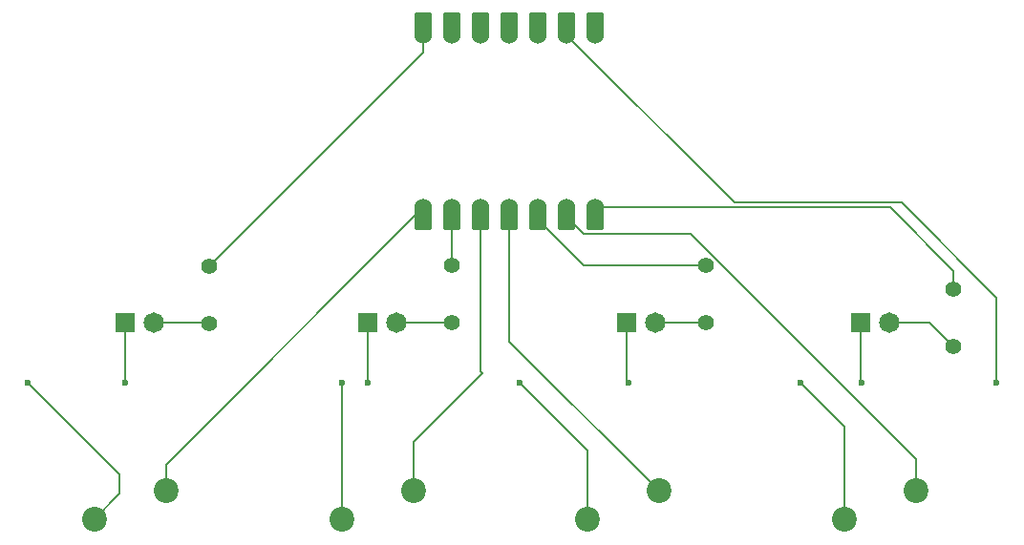
<source format=gbr>
%TF.GenerationSoftware,KiCad,Pcbnew,9.0.2*%
%TF.CreationDate,2025-07-01T17:28:42-07:00*%
%TF.ProjectId,pathfinder,70617468-6669-46e6-9465-722e6b696361,rev?*%
%TF.SameCoordinates,Original*%
%TF.FileFunction,Copper,L2,Bot*%
%TF.FilePolarity,Positive*%
%FSLAX46Y46*%
G04 Gerber Fmt 4.6, Leading zero omitted, Abs format (unit mm)*
G04 Created by KiCad (PCBNEW 9.0.2) date 2025-07-01 17:28:42*
%MOMM*%
%LPD*%
G01*
G04 APERTURE LIST*
G04 Aperture macros list*
%AMRoundRect*
0 Rectangle with rounded corners*
0 $1 Rounding radius*
0 $2 $3 $4 $5 $6 $7 $8 $9 X,Y pos of 4 corners*
0 Add a 4 corners polygon primitive as box body*
4,1,4,$2,$3,$4,$5,$6,$7,$8,$9,$2,$3,0*
0 Add four circle primitives for the rounded corners*
1,1,$1+$1,$2,$3*
1,1,$1+$1,$4,$5*
1,1,$1+$1,$6,$7*
1,1,$1+$1,$8,$9*
0 Add four rect primitives between the rounded corners*
20,1,$1+$1,$2,$3,$4,$5,0*
20,1,$1+$1,$4,$5,$6,$7,0*
20,1,$1+$1,$6,$7,$8,$9,0*
20,1,$1+$1,$8,$9,$2,$3,0*%
G04 Aperture macros list end*
%TA.AperFunction,ComponentPad*%
%ADD10C,2.200000*%
%TD*%
%TA.AperFunction,ComponentPad*%
%ADD11C,1.815000*%
%TD*%
%TA.AperFunction,ComponentPad*%
%ADD12R,1.815000X1.815000*%
%TD*%
%TA.AperFunction,ComponentPad*%
%ADD13C,1.400000*%
%TD*%
%TA.AperFunction,SMDPad,CuDef*%
%ADD14RoundRect,0.152400X-0.609600X1.063600X-0.609600X-1.063600X0.609600X-1.063600X0.609600X1.063600X0*%
%TD*%
%TA.AperFunction,ComponentPad*%
%ADD15C,1.524000*%
%TD*%
%TA.AperFunction,SMDPad,CuDef*%
%ADD16RoundRect,0.152400X0.609600X-1.063600X0.609600X1.063600X-0.609600X1.063600X-0.609600X-1.063600X0*%
%TD*%
%TA.AperFunction,ViaPad*%
%ADD17C,0.600000*%
%TD*%
%TA.AperFunction,Conductor*%
%ADD18C,0.200000*%
%TD*%
G04 APERTURE END LIST*
D10*
%TO.P,SW2,1,1*%
%TO.N,button2*%
X119120000Y-127920000D03*
%TO.P,SW2,2,2*%
%TO.N,GND*%
X112770000Y-130460000D03*
%TD*%
D11*
%TO.P,D1,A*%
%TO.N,Net-(D1-PadA)*%
X96040000Y-113000000D03*
D12*
%TO.P,D1,C*%
%TO.N,GND*%
X93500000Y-113000000D03*
%TD*%
D11*
%TO.P,D4,A*%
%TO.N,Net-(D4-PadA)*%
X161270000Y-113000000D03*
D12*
%TO.P,D4,C*%
%TO.N,GND*%
X158730000Y-113000000D03*
%TD*%
D11*
%TO.P,D3,A*%
%TO.N,Net-(D3-PadA)*%
X140540000Y-113000000D03*
D12*
%TO.P,D3,C*%
%TO.N,GND*%
X138000000Y-113000000D03*
%TD*%
D10*
%TO.P,SW3,1,1*%
%TO.N,button3*%
X140850000Y-127960000D03*
%TO.P,SW3,2,2*%
%TO.N,GND*%
X134500000Y-130500000D03*
%TD*%
D11*
%TO.P,D2,A*%
%TO.N,Net-(D2-PadA)*%
X117540000Y-113000000D03*
D12*
%TO.P,D2,C*%
%TO.N,GND*%
X115000000Y-113000000D03*
%TD*%
D10*
%TO.P,SW4,1,1*%
%TO.N,button4*%
X163620000Y-127920000D03*
%TO.P,SW4,2,2*%
%TO.N,GND*%
X157270000Y-130460000D03*
%TD*%
%TO.P,SW1,1,1*%
%TO.N,button1*%
X97120000Y-127920000D03*
%TO.P,SW1,2,2*%
%TO.N,GND*%
X90770000Y-130460000D03*
%TD*%
D13*
%TO.P,R4,1*%
%TO.N,Net-(D4-PadA)*%
X166930000Y-115160000D03*
%TO.P,R4,2*%
%TO.N,led4*%
X166930000Y-110080000D03*
%TD*%
D14*
%TO.P,U1,1,GPIO26/ADC0/A0*%
%TO.N,led4*%
X135200000Y-103635000D03*
D15*
X135200000Y-102800000D03*
D14*
%TO.P,U1,2,GPIO27/ADC1/A1*%
%TO.N,button4*%
X132660000Y-103635000D03*
D15*
X132660000Y-102800000D03*
D14*
%TO.P,U1,3,GPIO28/ADC2/A2*%
%TO.N,led3*%
X130120000Y-103635000D03*
D15*
X130120000Y-102800000D03*
D14*
%TO.P,U1,4,GPIO29/ADC3/A3*%
%TO.N,button3*%
X127580000Y-103635000D03*
D15*
X127580000Y-102800000D03*
D14*
%TO.P,U1,5,GPIO6/SDA*%
%TO.N,button2*%
X125040000Y-103635000D03*
D15*
X125040000Y-102800000D03*
D14*
%TO.P,U1,6,GPIO7/SCL*%
%TO.N,led2*%
X122500000Y-103635000D03*
D15*
X122500000Y-102800000D03*
D14*
%TO.P,U1,7,GPIO0/TX*%
%TO.N,button1*%
X119960000Y-103635000D03*
D15*
X119960000Y-102800000D03*
%TO.P,U1,8,GPIO1/RX*%
%TO.N,led1*%
X119960000Y-87560000D03*
D16*
X119960000Y-86725000D03*
D15*
%TO.P,U1,9,GPIO2/SCK*%
%TO.N,unconnected-(U1-GPIO2{slash}SCK-Pad9)*%
X122500000Y-87560000D03*
D16*
X122500000Y-86725000D03*
D15*
%TO.P,U1,10,GPIO4/MISO*%
%TO.N,unconnected-(U1-GPIO4{slash}MISO-Pad10)*%
X125040000Y-87560000D03*
D16*
X125040000Y-86725000D03*
D15*
%TO.P,U1,11,GPIO3/MOSI*%
%TO.N,unconnected-(U1-GPIO3{slash}MOSI-Pad11)*%
X127580000Y-87560000D03*
D16*
X127580000Y-86725000D03*
D15*
%TO.P,U1,12,3V3*%
%TO.N,unconnected-(U1-3V3-Pad12)*%
X130120000Y-87560000D03*
D16*
X130120000Y-86725000D03*
D15*
%TO.P,U1,13,GND*%
%TO.N,GND*%
X132660000Y-87560000D03*
D16*
X132660000Y-86725000D03*
D15*
%TO.P,U1,14,VBUS*%
%TO.N,unconnected-(U1-VBUS-Pad14)*%
X135200000Y-87560000D03*
D16*
X135200000Y-86725000D03*
%TD*%
D13*
%TO.P,R1,1*%
%TO.N,Net-(D1-PadA)*%
X101000000Y-113080000D03*
%TO.P,R1,2*%
%TO.N,led1*%
X101000000Y-108000000D03*
%TD*%
%TO.P,R3,1*%
%TO.N,Net-(D3-PadA)*%
X145000000Y-113040000D03*
%TO.P,R3,2*%
%TO.N,led3*%
X145000000Y-107960000D03*
%TD*%
%TO.P,R2,1*%
%TO.N,Net-(D2-PadA)*%
X122500000Y-113000000D03*
%TO.P,R2,2*%
%TO.N,led2*%
X122500000Y-107920000D03*
%TD*%
D17*
%TO.N,GND*%
X158800000Y-118390000D03*
X93510000Y-118390000D03*
X128520000Y-118390000D03*
X153400000Y-118390000D03*
X84890000Y-118390000D03*
X112780000Y-118390000D03*
X138100000Y-118390000D03*
X170710000Y-118390000D03*
X115000000Y-118390000D03*
%TD*%
D18*
%TO.N,led4*%
X166930000Y-110080000D02*
X166930000Y-108430000D01*
X166930000Y-108430000D02*
X161300000Y-102800000D01*
X161300000Y-102800000D02*
X135200000Y-102800000D01*
%TO.N,Net-(D4-PadA)*%
X161270000Y-113000000D02*
X164770000Y-113000000D01*
X164770000Y-113000000D02*
X166930000Y-115160000D01*
%TO.N,Net-(D1-PadA)*%
X96040000Y-113000000D02*
X100920000Y-113000000D01*
X100920000Y-113000000D02*
X101000000Y-113080000D01*
%TO.N,GND*%
X93010000Y-126510000D02*
X84890000Y-118390000D01*
X157270000Y-130460000D02*
X157270000Y-122260000D01*
X158730000Y-118320000D02*
X158800000Y-118390000D01*
X93010000Y-128220000D02*
X93010000Y-126510000D01*
X147499000Y-102399000D02*
X162314628Y-102399000D01*
X90770000Y-130460000D02*
X93010000Y-128220000D01*
X93500000Y-113000000D02*
X93500000Y-118380000D01*
X157270000Y-122260000D02*
X153400000Y-118390000D01*
X112770000Y-130460000D02*
X112770000Y-118400000D01*
X134500000Y-130500000D02*
X134500000Y-124370000D01*
X158730000Y-113000000D02*
X158730000Y-118320000D01*
X138000000Y-113000000D02*
X138000000Y-118290000D01*
X112770000Y-118400000D02*
X112780000Y-118390000D01*
X134500000Y-124370000D02*
X128520000Y-118390000D01*
X115000000Y-113000000D02*
X115000000Y-118390000D01*
X93500000Y-118380000D02*
X93510000Y-118390000D01*
X170710000Y-110794372D02*
X170710000Y-118390000D01*
X132660000Y-87560000D02*
X147499000Y-102399000D01*
X138000000Y-118290000D02*
X138100000Y-118390000D01*
X162314628Y-102399000D02*
X170710000Y-110794372D01*
%TO.N,Net-(D2-PadA)*%
X117540000Y-113000000D02*
X122500000Y-113000000D01*
%TO.N,Net-(D3-PadA)*%
X140540000Y-113000000D02*
X144960000Y-113000000D01*
X144960000Y-113000000D02*
X145000000Y-113040000D01*
%TO.N,led1*%
X119960000Y-89040000D02*
X101000000Y-108000000D01*
X119960000Y-87560000D02*
X119960000Y-89040000D01*
%TO.N,led2*%
X122500000Y-107920000D02*
X122500000Y-102800000D01*
%TO.N,led3*%
X145000000Y-107960000D02*
X134202370Y-107960000D01*
X130120000Y-103877630D02*
X130120000Y-102800000D01*
X134202370Y-107960000D02*
X130120000Y-103877630D01*
%TO.N,button1*%
X97120000Y-125640000D02*
X119960000Y-102800000D01*
X97120000Y-127920000D02*
X97120000Y-125640000D01*
%TO.N,button2*%
X119120000Y-123570000D02*
X125180000Y-117510000D01*
X125180000Y-117510000D02*
X125170000Y-117510000D01*
X125040000Y-117380000D02*
X125040000Y-102800000D01*
X125170000Y-117510000D02*
X125040000Y-117380000D01*
X119120000Y-127920000D02*
X119120000Y-123570000D01*
%TO.N,button3*%
X140850000Y-127960000D02*
X127580000Y-114690000D01*
X127580000Y-114690000D02*
X127580000Y-102800000D01*
%TO.N,button4*%
X163620000Y-125164372D02*
X143607628Y-105152000D01*
X132660000Y-103877630D02*
X132660000Y-102800000D01*
X143607628Y-105152000D02*
X134177000Y-105152000D01*
X134177000Y-105152000D02*
X132660000Y-103635000D01*
X163620000Y-127920000D02*
X163620000Y-125164372D01*
%TD*%
M02*

</source>
